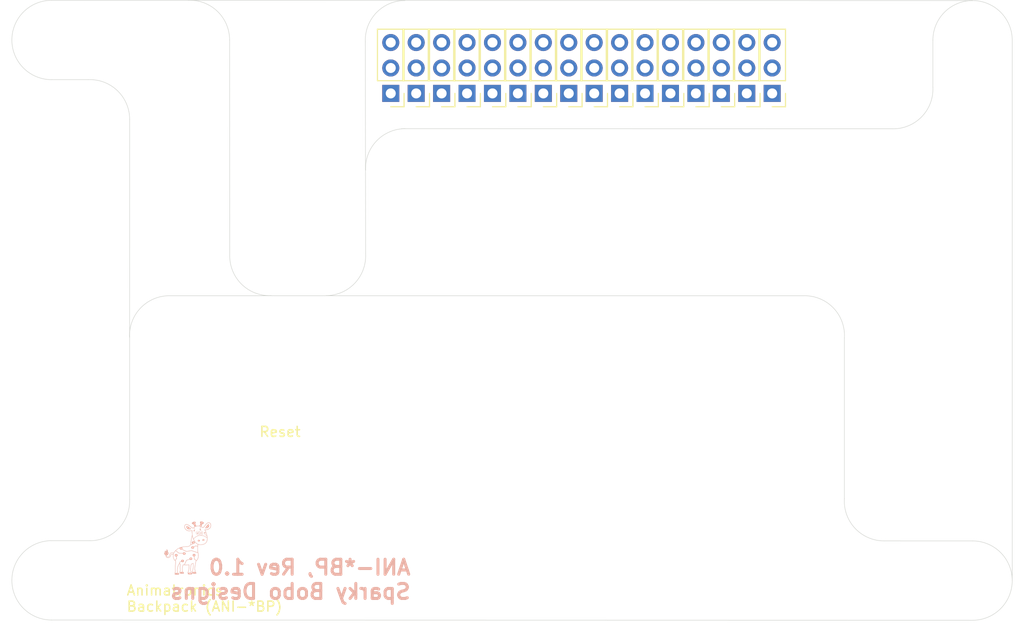
<source format=kicad_pcb>
(kicad_pcb (version 20240108) (generator "pcbnew") (generator_version "8.0")
  (title_block (title "Animatronics - MIDI Core (ANI-MDC)") (date "2025-02-09") (rev "1.0") (company "Sparky Bobo Designs") (comment 2 "Designed by: SparkyBobo") (comment 3 "https://creativecommons.org/licenses/by-sa/4.0/") (comment 4 "Released under the Creative Commons Attribution Share-Alike 4.0 License"))
  (layers (0 "F.Cu" signal) (31 "B.Cu" signal) (34 "B.Paste" user) (35 "F.Paste" user) (36 "B.SilkS" user "B.Silkscreen") (37 "F.SilkS" user "F.Silkscreen") (38 "B.Mask" user) (39 "F.Mask" user) (44 "Edge.Cuts" user))
  (net 0 "")
  (net 1 "GND")
  (net 2 "/GPIO0")
  (net 3 "+5VA")
  (net 4 "/GPIO1")
  (net 5 "/GPIO2")
  (net 6 "/GPIO3")
  (net 7 "/GPIO4")
  (net 8 "/GPIO5")
  (net 9 "/GPIO6")
  (net 10 "/GPIO7")
  (net 11 "/GPIO8")
  (net 12 "/GPIO9")
  (net 13 "/GPIO10")
  (net 14 "/GPIO11")
  (net 15 "/GPIO12")
  (net 16 "/GPIO13")
  (net 17 "/GPIO14")
  (net 18 "/GPIO15")
  (footprint "Connector_PinHeader_2.54mm:PinHeader_1x03_P2.54mm_Vertical" (layer "F.Cu") (at 130.4036 67.5906 180)
    (property "Reference" "J24" (hide yes))
    (property "Value" "GPIO14")
    (pad "1" thru_hole rect (at 0 0 180) (size 1.7 1.7) (drill 1) (layers "*.Cu" "*.Mask") (net 17 "/GPIO14"))
    (pad "2" thru_hole oval (at 0 2.54 180) (size 1.7 1.7) (drill 1) (layers "*.Cu" "*.Mask") (net 3 "+5VA"))
    (pad "3" thru_hole oval (at 0 5.08 180) (size 1.7 1.7) (drill 1) (layers "*.Cu" "*.Mask") (net 1 "GND"))
  )
  (footprint "Connector_PinHeader_2.54mm:PinHeader_1x03_P2.54mm_Vertical" (layer "F.Cu") (at 150.7236 67.5906 180)
    (property "Reference" "J16" (hide yes))
    (property "Value" "GPIO6")
    (pad "1" thru_hole rect (at 0 0 180) (size 1.7 1.7) (drill 1) (layers "*.Cu" "*.Mask") (net 9 "/GPIO6"))
    (pad "2" thru_hole oval (at 0 2.54 180) (size 1.7 1.7) (drill 1) (layers "*.Cu" "*.Mask") (net 3 "+5VA"))
    (pad "3" thru_hole oval (at 0 5.08 180) (size 1.7 1.7) (drill 1) (layers "*.Cu" "*.Mask") (net 1 "GND"))
  )
  (footprint "MountingHole:MountingHole_3.2mm_M3" (layer "F.Cu") (at 185.9788 116.2558)
    (property "Reference" "H4" (hide yes))
    (property "Value" "MountingHole")
    (pad "" np_thru_hole circle (at 0 0) (size 3.2 3.2) (drill 3.2) (layers "*.Cu" "*.Mask"))
  )
  (footprint "Connector_PinHeader_2.54mm:PinHeader_1x03_P2.54mm_Vertical" (layer "F.Cu") (at 145.6436 67.5906 180)
    (property "Reference" "J18" (hide yes))
    (property "Value" "GPIO8")
    (pad "1" thru_hole rect (at 0 0 180) (size 1.7 1.7) (drill 1) (layers "*.Cu" "*.Mask") (net 11 "/GPIO8"))
    (pad "2" thru_hole oval (at 0 2.54 180) (size 1.7 1.7) (drill 1) (layers "*.Cu" "*.Mask") (net 3 "+5VA"))
    (pad "3" thru_hole oval (at 0 5.08 180) (size 1.7 1.7) (drill 1) (layers "*.Cu" "*.Mask") (net 1 "GND"))
  )
  (footprint "Connector_PinHeader_2.54mm:PinHeader_1x03_P2.54mm_Vertical" (layer "F.Cu") (at 158.3436 67.5906 180)
    (property "Reference" "J13" (hide yes))
    (property "Value" "GPIO3")
    (pad "1" thru_hole rect (at 0 0 180) (size 1.7 1.7) (drill 1) (layers "*.Cu" "*.Mask") (net 6 "/GPIO3"))
    (pad "2" thru_hole oval (at 0 2.54 180) (size 1.7 1.7) (drill 1) (layers "*.Cu" "*.Mask") (net 3 "+5VA"))
    (pad "3" thru_hole oval (at 0 5.08 180) (size 1.7 1.7) (drill 1) (layers "*.Cu" "*.Mask") (net 1 "GND"))
  )
  (footprint "Connector_PinHeader_2.54mm:PinHeader_1x03_P2.54mm_Vertical" (layer "F.Cu") (at 140.5636 67.5906 180)
    (property "Reference" "J20" (hide yes))
    (property "Value" "GPIO10")
    (pad "1" thru_hole rect (at 0 0 180) (size 1.7 1.7) (drill 1) (layers "*.Cu" "*.Mask") (net 13 "/GPIO10"))
    (pad "2" thru_hole oval (at 0 2.54 180) (size 1.7 1.7) (drill 1) (layers "*.Cu" "*.Mask") (net 3 "+5VA"))
    (pad "3" thru_hole oval (at 0 5.08 180) (size 1.7 1.7) (drill 1) (layers "*.Cu" "*.Mask") (net 1 "GND"))
  )
  (footprint "Connector_PinHeader_2.54mm:PinHeader_1x03_P2.54mm_Vertical" (layer "F.Cu") (at 155.8036 67.5906 180)
    (property "Reference" "J14" (hide yes))
    (property "Value" "GPIO4")
    (pad "1" thru_hole rect (at 0 0 180) (size 1.7 1.7) (drill 1) (layers "*.Cu" "*.Mask") (net 7 "/GPIO4"))
    (pad "2" thru_hole oval (at 0 2.54 180) (size 1.7 1.7) (drill 1) (layers "*.Cu" "*.Mask") (net 3 "+5VA"))
    (pad "3" thru_hole oval (at 0 5.08 180) (size 1.7 1.7) (drill 1) (layers "*.Cu" "*.Mask") (net 1 "GND"))
  )
  (footprint "Connector_PinHeader_2.54mm:PinHeader_1x03_P2.54mm_Vertical" (layer "F.Cu") (at 148.1836 67.5906 180)
    (property "Reference" "J17" (hide yes))
    (property "Value" "GPIO7")
    (pad "1" thru_hole rect (at 0 0 180) (size 1.7 1.7) (drill 1) (layers "*.Cu" "*.Mask") (net 10 "/GPIO7"))
    (pad "2" thru_hole oval (at 0 2.54 180) (size 1.7 1.7) (drill 1) (layers "*.Cu" "*.Mask") (net 3 "+5VA"))
    (pad "3" thru_hole oval (at 0 5.08 180) (size 1.7 1.7) (drill 1) (layers "*.Cu" "*.Mask") (net 1 "GND"))
  )
  (footprint "Connector_PinHeader_2.54mm:PinHeader_1x03_P2.54mm_Vertical" (layer "F.Cu") (at 127.8636 67.5906 180)
    (property "Reference" "J25" (hide yes))
    (property "Value" "GPIO15")
    (pad "1" thru_hole rect (at 0 0 180) (size 1.7 1.7) (drill 1) (layers "*.Cu" "*.Mask") (net 18 "/GPIO15"))
    (pad "2" thru_hole oval (at 0 2.54 180) (size 1.7 1.7) (drill 1) (layers "*.Cu" "*.Mask") (net 3 "+5VA"))
    (pad "3" thru_hole oval (at 0 5.08 180) (size 1.7 1.7) (drill 1) (layers "*.Cu" "*.Mask") (net 1 "GND"))
  )
  (footprint "Connector_PinHeader_2.54mm:PinHeader_1x03_P2.54mm_Vertical" (layer "F.Cu") (at 163.4236 67.5906 180)
    (property "Reference" "J11" (hide yes))
    (property "Value" "GPIO1")
    (pad "1" thru_hole rect (at 0 0 180) (size 1.7 1.7) (drill 1) (layers "*.Cu" "*.Mask") (net 4 "/GPIO1"))
    (pad "2" thru_hole oval (at 0 2.54 180) (size 1.7 1.7) (drill 1) (layers "*.Cu" "*.Mask") (net 3 "+5VA"))
    (pad "3" thru_hole oval (at 0 5.08 180) (size 1.7 1.7) (drill 1) (layers "*.Cu" "*.Mask") (net 1 "GND"))
  )
  (footprint "Connector_PinHeader_2.54mm:PinHeader_1x03_P2.54mm_Vertical" (layer "F.Cu") (at 135.4836 67.5906 180)
    (property "Reference" "J22" (hide yes))
    (property "Value" "GPIO12")
    (pad "1" thru_hole rect (at 0 0 180) (size 1.7 1.7) (drill 1) (layers "*.Cu" "*.Mask") (net 15 "/GPIO12"))
    (pad "2" thru_hole oval (at 0 2.54 180) (size 1.7 1.7) (drill 1) (layers "*.Cu" "*.Mask") (net 3 "+5VA"))
    (pad "3" thru_hole oval (at 0 5.08 180) (size 1.7 1.7) (drill 1) (layers "*.Cu" "*.Mask") (net 1 "GND"))
  )
  (footprint "Connector_PinHeader_2.54mm:PinHeader_1x03_P2.54mm_Vertical" (layer "F.Cu") (at 132.9436 67.5906 180)
    (property "Reference" "J23" (hide yes))
    (property "Value" "GPIO13")
    (pad "1" thru_hole rect (at 0 0 180) (size 1.7 1.7) (drill 1) (layers "*.Cu" "*.Mask") (net 16 "/GPIO13"))
    (pad "2" thru_hole oval (at 0 2.54 180) (size 1.7 1.7) (drill 1) (layers "*.Cu" "*.Mask") (net 3 "+5VA"))
    (pad "3" thru_hole oval (at 0 5.08 180) (size 1.7 1.7) (drill 1) (layers "*.Cu" "*.Mask") (net 1 "GND"))
  )
  (footprint "Connector_PinHeader_2.54mm:PinHeader_1x03_P2.54mm_Vertical" (layer "F.Cu") (at 165.9636 67.5906 180)
    (property "Reference" "J10" (hide yes))
    (property "Value" "GPIO0")
    (pad "1" thru_hole rect (at 0 0 180) (size 1.7 1.7) (drill 1) (layers "*.Cu" "*.Mask") (net 2 "/GPIO0"))
    (pad "2" thru_hole oval (at 0 2.54 180) (size 1.7 1.7) (drill 1) (layers "*.Cu" "*.Mask") (net 3 "+5VA"))
    (pad "3" thru_hole oval (at 0 5.08 180) (size 1.7 1.7) (drill 1) (layers "*.Cu" "*.Mask") (net 1 "GND"))
  )
  (footprint "Connector_PinHeader_2.54mm:PinHeader_1x03_P2.54mm_Vertical" (layer "F.Cu") (at 160.8836 67.5906 180)
    (property "Reference" "J12" (hide yes))
    (property "Value" "GPIO2")
    (pad "1" thru_hole rect (at 0 0 180) (size 1.7 1.7) (drill 1) (layers "*.Cu" "*.Mask") (net 5 "/GPIO2"))
    (pad "2" thru_hole oval (at 0 2.54 180) (size 1.7 1.7) (drill 1) (layers "*.Cu" "*.Mask") (net 3 "+5VA"))
    (pad "3" thru_hole oval (at 0 5.08 180) (size 1.7 1.7) (drill 1) (layers "*.Cu" "*.Mask") (net 1 "GND"))
  )
  (footprint "Connector_PinHeader_2.54mm:PinHeader_1x03_P2.54mm_Vertical" (layer "F.Cu") (at 138.0236 67.5906 180)
    (property "Reference" "J21" (hide yes))
    (property "Value" "GPIO11")
    (pad "1" thru_hole rect (at 0 0 180) (size 1.7 1.7) (drill 1) (layers "*.Cu" "*.Mask") (net 14 "/GPIO11"))
    (pad "2" thru_hole oval (at 0 2.54 180) (size 1.7 1.7) (drill 1) (layers "*.Cu" "*.Mask") (net 3 "+5VA"))
    (pad "3" thru_hole oval (at 0 5.08 180) (size 1.7 1.7) (drill 1) (layers "*.Cu" "*.Mask") (net 1 "GND"))
  )
  (footprint "MountingHole:MountingHole_3.2mm_M3" (layer "F.Cu") (at 185.9788 62.2554)
    (property "Reference" "H2" (hide yes))
    (property "Value" "MountingHole")
    (pad "" np_thru_hole circle (at 0 0) (size 3.2 3.2) (drill 3.2) (layers "*.Cu" "*.Mask"))
  )
  (footprint "MountingHole:MountingHole_3.2mm_M3" (layer "F.Cu") (at 93.98 62.23)
    (property "Reference" "H1" (hide yes))
    (property "Value" "MountingHole")
    (pad "" np_thru_hole circle (at 0 0) (size 3.2 3.2) (drill 3.2) (layers "*.Cu" "*.Mask"))
  )
  (footprint "Connector_PinHeader_2.54mm:PinHeader_1x03_P2.54mm_Vertical" (layer "F.Cu") (at 153.2636 67.5906 180)
    (property "Reference" "J15" (hide yes))
    (property "Value" "GPIO5")
    (pad "1" thru_hole rect (at 0 0 180) (size 1.7 1.7) (drill 1) (layers "*.Cu" "*.Mask") (net 8 "/GPIO5"))
    (pad "2" thru_hole oval (at 0 2.54 180) (size 1.7 1.7) (drill 1) (layers "*.Cu" "*.Mask") (net 3 "+5VA"))
    (pad "3" thru_hole oval (at 0 5.08 180) (size 1.7 1.7) (drill 1) (layers "*.Cu" "*.Mask") (net 1 "GND"))
  )
  (footprint "MountingHole:MountingHole_3.2mm_M3" (layer "F.Cu") (at 93.98 116.2304)
    (property "Reference" "H3" (hide yes))
    (property "Value" "MountingHole")
    (pad "" np_thru_hole circle (at 0 0) (size 3.2 3.2) (drill 3.2) (layers "*.Cu" "*.Mask"))
  )
  (footprint "Connector_PinHeader_2.54mm:PinHeader_1x03_P2.54mm_Vertical" (layer "F.Cu") (at 143.1036 67.5906 180)
    (property "Reference" "J19" (hide yes))
    (property "Value" "GPIO9")
    (pad "1" thru_hole rect (at 0 0 180) (size 1.7 1.7) (drill 1) (layers "*.Cu" "*.Mask") (net 12 "/GPIO9"))
    (pad "2" thru_hole oval (at 0 2.54 180) (size 1.7 1.7) (drill 1) (layers "*.Cu" "*.Mask") (net 3 "+5VA"))
    (pad "3" thru_hole oval (at 0 5.08 180) (size 1.7 1.7) (drill 1) (layers "*.Cu" "*.Mask") (net 1 "GND"))
  )
  (footprint "MountingHole:MountingHole_2.1mm" (layer "F.Cu") (at 116.8908 98.4123)
    (property "Reference" "REF**" (hide yes))
    (property "Value" "MountingHole_2.1mm")
    (pad "" np_thru_hole circle (at 0 0) (size 2.1 2.1) (drill 2.1) (layers "*.Cu" "*.Mask"))
  )
  (footprint "footprints:logo_cr_5x5" (layer "B.Cu") (at 107.569 113.0046 180)
    (property "Reference" "G***" (hide yes))
    (property "Value" "LOGO" (hide yes))
  )
  (gr_arc (start 115.923475 87.785768) (mid 113.0046 86.6902) (end 111.77929 83.82337) (stroke (width 0.05)) (layer "Edge.Cuts"))
  (gr_arc (start 185.9788 112.2934) (mid 189.9412 116.2558) (end 185.9788 120.2182) (stroke (width 0.05)) (layer "Edge.Cuts"))
  (gr_arc (start 177.1398 112.28958) (mid 174.243799 111.035351) (end 173.177401 108.065048) (stroke (width 0.05)) (layer "Edge.Cuts"))
  (gr_arc (start 182.0164 62.2808) (mid 185.9788 58.3184) (end 189.9412 62.2808) (stroke (width 0.05)) (layer "Edge.Cuts"))
  (gr_line (start 173.176998 92.02685) (end 173.177401 108.065048) (stroke (width 0.05)) (layer "Edge.Cuts"))
  (gr_arc (start 107.621925 58.289632) (mid 110.5408 59.3852) (end 111.76611 62.25203) (stroke (width 0.05)) (layer "Edge.Cuts"))
  (gr_line (start 125.323589 62.456448) (end 125.352368 83.6168) (stroke (width 0.05)) (layer "Edge.Cuts"))
  (gr_line (start 93.98 112.268) (end 97.8154 112.268) (stroke (width 0.05)) (layer "Edge.Cuts"))
  (gr_arc (start 182.016398 66.981925) (mid 180.92083 69.9008) (end 178.054 71.12611) (stroke (width 0.05)) (layer "Edge.Cuts"))
  (gr_line (start 111.77929 83.82337) (end 111.76611 62.25203) (stroke (width 0.05)) (layer "Edge.Cuts"))
  (gr_line (start 182.0164 62.2808) (end 182.016398 66.981925) (stroke (width 0.05)) (layer "Edge.Cuts"))
  (gr_arc (start 93.98 120.1928) (mid 90.0176 116.2304) (end 93.98 112.268) (stroke (width 0.05)) (layer "Edge.Cuts"))
  (gr_arc (start 169.214599 87.802318) (mid 172.1106 89.056547) (end 173.176998 92.02685) (stroke (width 0.05)) (layer "Edge.Cuts"))
  (gr_line (start 101.777396 91.946503) (end 101.781785 70.1802) (stroke (width 0.05)) (layer "Edge.Cuts"))
  (gr_arc (start 101.777798 108.1278) (mid 100.68223 111.046675) (end 97.8154 112.271985) (stroke (width 0.05)) (layer "Edge.Cuts"))
  (gr_arc (start 125.349 75.258075) (mid 126.444579 72.339227) (end 129.311398 71.11389) (stroke (width 0.05)) (layer "Edge.Cuts"))
  (gr_arc (start 97.6376 66.217802) (mid 100.556475 67.31337) (end 101.781785 70.1802) (stroke (width 0.05)) (layer "Edge.Cuts"))
  (gr_line (start 101.777396 91.946503) (end 101.777798 108.1278) (stroke (width 0.05)) (layer "Edge.Cuts"))
  (gr_line (start 93.98 58.293) (end 185.9788 58.3184) (stroke (width 0.05)) (layer "Edge.Cuts"))
  (gr_line (start 177.1398 112.28958) (end 185.9788 112.2934) (stroke (width 0.05)) (layer "Edge.Cuts"))
  (gr_line (start 97.6376 66.217802) (end 93.98 66.2178) (stroke (width 0.05)) (layer "Edge.Cuts"))
  (gr_arc (start 101.777396 91.946503) (mid 102.872964 89.027628) (end 105.739794 87.802318) (stroke (width 0.05)) (layer "Edge.Cuts"))
  (gr_line (start 128.92703 71.11389) (end 178.054 71.12611) (stroke (width 0.05)) (layer "Edge.Cuts"))
  (gr_line (start 105.739794 87.802318) (end 169.214599 87.802318) (stroke (width 0.05)) (layer "Edge.Cuts"))
  (gr_arc (start 125.352368 83.644352) (mid 124.256789 86.5632) (end 121.38997 87.788537) (stroke (width 0.05)) (layer "Edge.Cuts"))
  (gr_line (start 93.98 120.1928) (end 185.9788 120.2182) (stroke (width 0.05)) (layer "Edge.Cuts"))
  (gr_line (start 189.9412 62.2808) (end 189.9412 116.2558) (stroke (width 0.05)) (layer "Edge.Cuts"))
  (gr_arc (start 93.98 66.2178) (mid 90.0176 62.2554) (end 93.98 58.293) (stroke (width 0.05)) (layer "Edge.Cuts"))
  (gr_arc (start 125.323589 62.456448) (mid 126.419168 59.5376) (end 129.285987 58.312263) (stroke (width 0.05)) (layer "Edge.Cuts"))
  (gr_text "ANI-*BP, Rev 1.0\nSparky Bobo Designs" (at 129.9972 118.237 0) (layer "B.SilkS") (effects (font (size 1.5 1.5) (thickness 0.3) (bold yes)) (justify left bottom mirror)))
  (gr_text "Reset" (at 114.6556 101.981 0) (layer "F.SilkS") (effects (font (size 1 1)) (justify left bottom)))
  (gr_text "Animatronics\nBackpack (ANI-*BP)" (at 101.3968 119.4308 0) (layer "F.SilkS") (effects (font (size 1 1)) (justify left bottom)))
)
</source>
